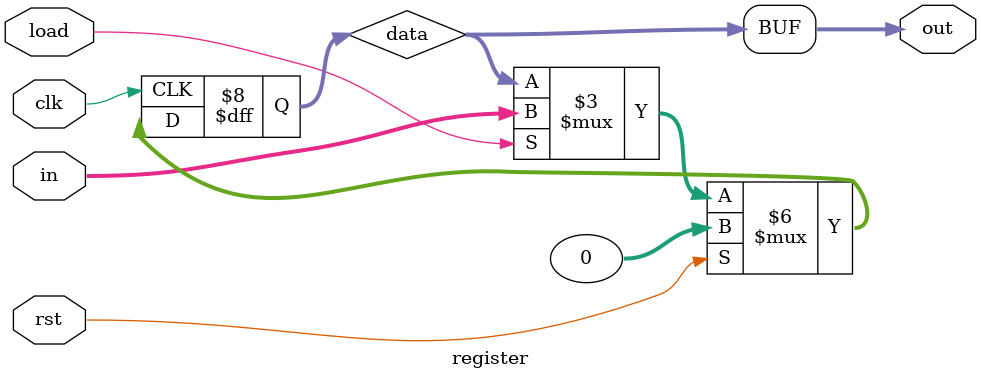
<source format=sv>
module register #(parameter width = 32, 
                  parameter resetData = 32'h00000000)
(
    input clk,
    input rst,
    input load,
    input [width - 1:0] in,
    //input [4:0] src_a, src_b, dest,
    output logic [width - 1:0] out
);

//logic [31:0] data [32] /* synthesis ramstyle = "logic" */ = '{default:'0};
logic [width - 1:0] data; 

always_ff @(posedge clk)
begin
    if (rst)
    begin
        data <= resetData;
    end
    else if (load)
    begin
        data <= in;
        //data <= 32'h00000000;
    end
end

always_comb
begin
    out <= data; 
end

endmodule : register
</source>
